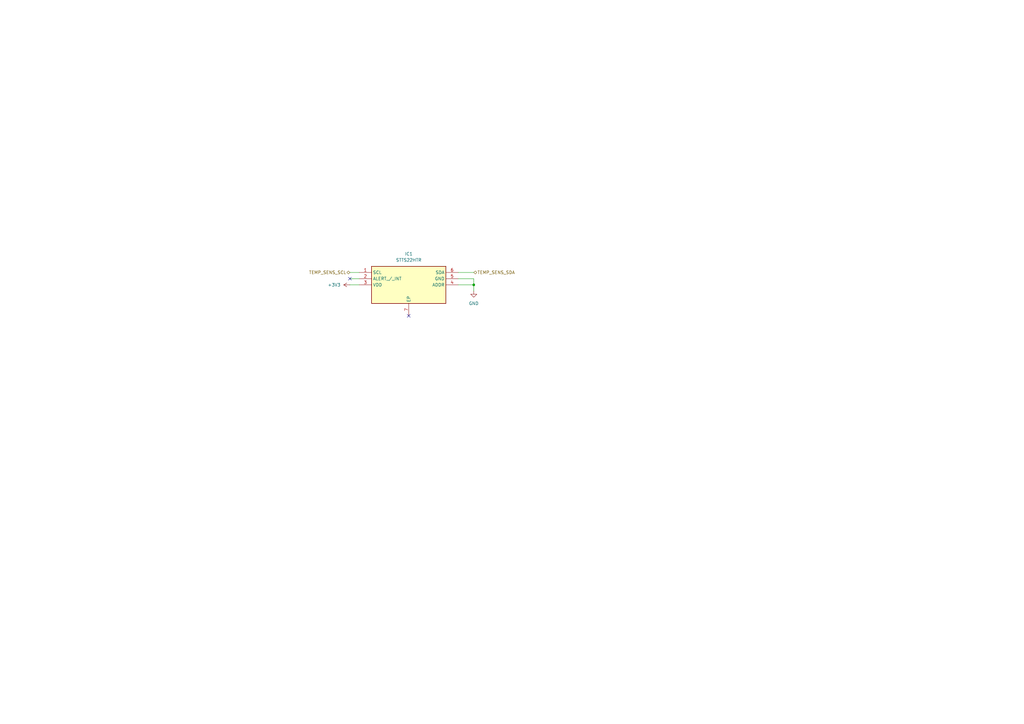
<source format=kicad_sch>
(kicad_sch (version 20250114) (generator "eeschema") (generator_version "9.0")
  (paper "A3")
  (lib_symbols
    (symbol "STTS22HTR:STTS22HTR"
      (property "Reference" "IC" (at 36.83 7.62 0))
      (property "Value" "STTS22HTR" (at 36.83 5.08 0))
      (symbol "STTS22HTR_1_1"
        (rectangle (start 5.08 2.54) (end 35.56 -12.7) (stroke (width 0.254)) (fill (type background)))
        (pin passive line (at 0 0 0) (length 5.08) (name "SCL") (number "1"))
        (pin passive line (at 0 -2.54 0) (length 5.08) (name "ALERT_/_INT") (number "2"))
        (pin passive line (at 0 -5.08 0) (length 5.08) (name "VDD") (number "3"))
        (pin passive line (at 20.32 -17.78 90) (length 5.08) (name "EP") (number "7"))
        (pin passive line (at 40.64 0 180) (length 5.08) (name "SDA") (number "6"))
        (pin passive line (at 40.64 -2.54 180) (length 5.08) (name "GND") (number "5"))
        (pin passive line (at 40.64 -5.08 180) (length 5.08) (name "ADDR") (number "4"))
      )
    )
    (symbol "power:+3V3" (power) (pin_numbers (hide yes)) (pin_names (offset 0) (hide yes))
      (property "Value" "+3V3" (at 0 3.556 0))
      (symbol "+3V3_0_1"
        (polyline (pts (xy -0.762 1.27) (xy 0 2.54)))
        (polyline (pts (xy 0 2.54) (xy 0.762 1.27)))
        (polyline (pts (xy 0 0) (xy 0 2.54)))
      )
      (symbol "+3V3_1_1"
        (pin power_in line (at 0 0 90) (length 0) (name "~") (number "1"))
      )
    )
    (symbol "power:GND" (power) (pin_numbers (hide yes)) (pin_names (offset 0) (hide yes))
      (property "Value" "GND" (at 0 -3.81 0))
      (symbol "GND_0_1"
        (polyline (pts (xy 0 0) (xy 0 -1.27) (xy 1.27 -1.27) (xy 0 -2.54) (xy -1.27 -1.27) (xy 0 -1.27)))
      )
      (symbol "GND_1_1"
        (pin power_in line (at 0 0 270) (length 0) (name "~") (number "1"))
      )
    )
  )
  (junction (at 194.31 116.84))
  (no_connect (at 167.64 129.54))
  (no_connect (at 143.51 114.3))
  (wire (pts (xy 143.51 116.84) (xy 147.32 116.84)))
  (wire (pts (xy 194.31 114.3) (xy 187.96 114.3)))
  (wire (pts (xy 187.96 116.84) (xy 194.31 116.84)))
  (wire (pts (xy 143.51 114.3) (xy 147.32 114.3)))
  (wire (pts (xy 194.31 116.84) (xy 194.31 114.3)))
  (wire (pts (xy 194.31 119.38) (xy 194.31 116.84)))
  (wire (pts (xy 194.31 111.76) (xy 187.96 111.76)))
  (wire (pts (xy 143.51 111.76) (xy 147.32 111.76)))
  (hierarchical_label "TEMP_SENS_SCL" (shape bidirectional) (at 143.51 111.76 180))
  (hierarchical_label "TEMP_SENS_SDA" (shape bidirectional) (at 194.31 111.76 0))
  (symbol (lib_id "power:+3V3") (at 143.51 116.84 90) (unit 1)
    (property "Reference" "#PWR02" (effects (hide yes)))
    (property "Value" "+3V3" (at 139.7 116.8399 90) (effects (justify left)))
    (property "Description" "Power symbol creates a global label with name \"+3V3\"" (effects (hide yes)))
  )
  (symbol (lib_id "power:GND") (at 194.31 119.38 0) (unit 1)
    (property "Reference" "#PWR01" (effects (hide yes)))
    (property "Value" "GND" (at 194.31 124.46 0))
    (property "Description" "Power symbol creates a global label with name \"GND\" , ground" (effects (hide yes)))
  )
  (symbol (lib_id "STTS22HTR:STTS22HTR") (at 147.32 111.76 0) (unit 1)
    (property "Reference" "IC1" (at 167.64 104.14 0))
    (property "Value" "STTS22HTR" (at 167.64 106.68 0))
    (property "Footprint" "SON65P200X200X55-7N-D" (effects (hide yes)))
    (property "Datasheet" "https://www.st.com/resource/en/datasheet/stts22h.pdf" (effects (hide yes)))
    (property "Description" "Board Mount Temperature Sensors Low-voltage, ultra-low-power, 0.5 degree C accuracy I2C/SMBus 3.0 temperature sensor" (effects (hide yes)))
    (property "Height" "0.55" (effects (hide yes)))
    (property "Manufacturer_Name" "STMicroelectronics" (effects (hide yes)))
    (property "Manufacturer_Part_Number" "STTS22HTR" (effects (hide yes)))
    (property "Mouser Part Number" "511-STTS22HTR" (effects (hide yes)))
    (property "Mouser Price/Stock" "https://www.mouser.co.uk/ProductDetail/STMicroelectronics/STTS22HTR?qs=%252B6g0mu59x7LCfjXXPvLkpg%3D%3D" (effects (hide yes)))
    (property "Arrow Part Number" "STTS22HTR" (effects (hide yes)))
    (property "Arrow Price/Stock" "https://www.arrow.com/en/products/stts22htr/stmicroelectronics?utm_currency=USD&region=europe" (effects (hide yes)))
  )
)
</source>
